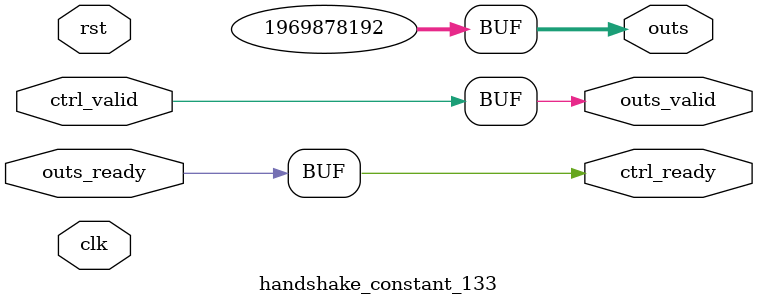
<source format=v>
`timescale 1ns / 1ps
module handshake_constant_133 #(
  parameter DATA_WIDTH = 32  // Default set to 32 bits
) (
  input                       clk,
  input                       rst,
  // Input Channel
  input                       ctrl_valid,
  output                      ctrl_ready,
  // Output Channel
  output [DATA_WIDTH - 1 : 0] outs,
  output                      outs_valid,
  input                       outs_ready
);
  assign outs       = 37'b0110101110101011010011111010010110000;
  assign outs_valid = ctrl_valid;
  assign ctrl_ready = outs_ready;

endmodule

</source>
